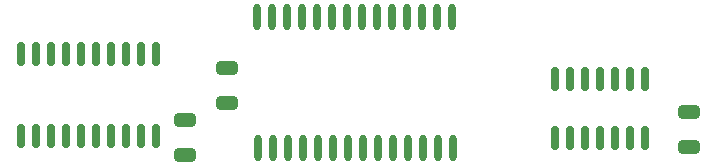
<source format=gtp>
G04 #@! TF.GenerationSoftware,KiCad,Pcbnew,6.0.9-8da3e8f707~116~ubuntu20.04.1*
G04 #@! TF.CreationDate,2022-11-05T14:44:27+00:00*
G04 #@! TF.ProjectId,slrm,736c726d-2e6b-4696-9361-645f70636258,rev?*
G04 #@! TF.SameCoordinates,Original*
G04 #@! TF.FileFunction,Paste,Top*
G04 #@! TF.FilePolarity,Positive*
%FSLAX46Y46*%
G04 Gerber Fmt 4.6, Leading zero omitted, Abs format (unit mm)*
G04 Created by KiCad (PCBNEW 6.0.9-8da3e8f707~116~ubuntu20.04.1) date 2022-11-05 14:44:27*
%MOMM*%
%LPD*%
G01*
G04 APERTURE LIST*
G04 Aperture macros list*
%AMRoundRect*
0 Rectangle with rounded corners*
0 $1 Rounding radius*
0 $2 $3 $4 $5 $6 $7 $8 $9 X,Y pos of 4 corners*
0 Add a 4 corners polygon primitive as box body*
4,1,4,$2,$3,$4,$5,$6,$7,$8,$9,$2,$3,0*
0 Add four circle primitives for the rounded corners*
1,1,$1+$1,$2,$3*
1,1,$1+$1,$4,$5*
1,1,$1+$1,$6,$7*
1,1,$1+$1,$8,$9*
0 Add four rect primitives between the rounded corners*
20,1,$1+$1,$2,$3,$4,$5,0*
20,1,$1+$1,$4,$5,$6,$7,0*
20,1,$1+$1,$6,$7,$8,$9,0*
20,1,$1+$1,$8,$9,$2,$3,0*%
G04 Aperture macros list end*
%ADD10O,0.600000X2.250000*%
%ADD11RoundRect,0.250000X0.650000X-0.325000X0.650000X0.325000X-0.650000X0.325000X-0.650000X-0.325000X0*%
%ADD12RoundRect,0.150000X-0.150000X0.837500X-0.150000X-0.837500X0.150000X-0.837500X0.150000X0.837500X0*%
%ADD13RoundRect,0.150000X-0.150000X0.825000X-0.150000X-0.825000X0.150000X-0.825000X0.150000X0.825000X0*%
%ADD14RoundRect,0.250000X-0.650000X0.325000X-0.650000X-0.325000X0.650000X-0.325000X0.650000X0.325000X0*%
G04 APERTURE END LIST*
D10*
X142493809Y-103550000D03*
X143763809Y-103550000D03*
X145033809Y-103550000D03*
X146303809Y-103550000D03*
X147573809Y-103550000D03*
X148843809Y-103550000D03*
X150113809Y-103550000D03*
X151383809Y-103550000D03*
X152653809Y-103550000D03*
X153923809Y-103550000D03*
X155193809Y-103550000D03*
X156463809Y-103550000D03*
X157733809Y-103550000D03*
X159003809Y-103550000D03*
X158943809Y-92450000D03*
X157673809Y-92450000D03*
X156403809Y-92450000D03*
X155133809Y-92450000D03*
X153863809Y-92450000D03*
X152593809Y-92450000D03*
X151323809Y-92450000D03*
X150053809Y-92450000D03*
X148783809Y-92450000D03*
X147513809Y-92450000D03*
X146243809Y-92450000D03*
X144973809Y-92450000D03*
X143703809Y-92450000D03*
X142433809Y-92450000D03*
D11*
X179000000Y-103475000D03*
X179000000Y-100525000D03*
X136300000Y-104150000D03*
X136300000Y-101200000D03*
D12*
X133815000Y-95577500D03*
X132545000Y-95577500D03*
X131275000Y-95577500D03*
X130005000Y-95577500D03*
X128735000Y-95577500D03*
X127465000Y-95577500D03*
X126195000Y-95577500D03*
X124925000Y-95577500D03*
X123655000Y-95577500D03*
X122385000Y-95577500D03*
X122385000Y-102502500D03*
X123655000Y-102502500D03*
X124925000Y-102502500D03*
X126195000Y-102502500D03*
X127465000Y-102502500D03*
X128735000Y-102502500D03*
X130005000Y-102502500D03*
X131275000Y-102502500D03*
X132545000Y-102502500D03*
X133815000Y-102502500D03*
D13*
X175285000Y-97715000D03*
X174015000Y-97715000D03*
X172745000Y-97715000D03*
X171475000Y-97715000D03*
X170205000Y-97715000D03*
X168935000Y-97715000D03*
X167665000Y-97715000D03*
X167665000Y-102665000D03*
X168935000Y-102665000D03*
X170205000Y-102665000D03*
X171475000Y-102665000D03*
X172745000Y-102665000D03*
X174015000Y-102665000D03*
X175285000Y-102665000D03*
D14*
X139900000Y-96789583D03*
X139900000Y-99739583D03*
M02*

</source>
